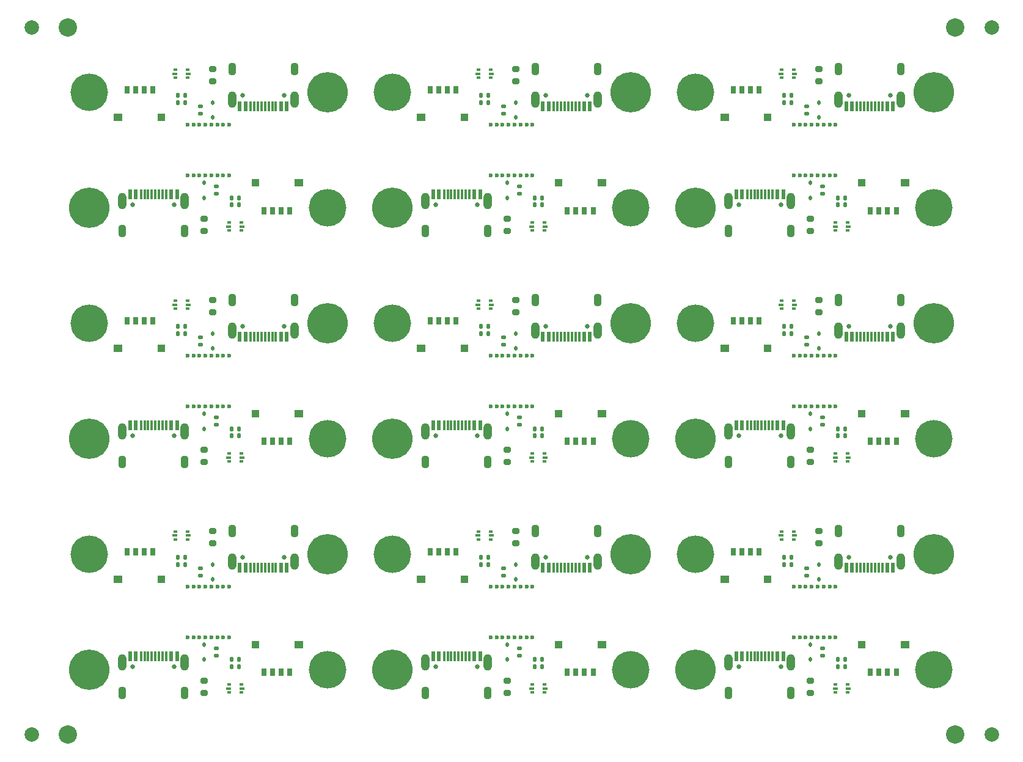
<source format=gts>
%TF.GenerationSoftware,KiCad,Pcbnew,7.0.5*%
%TF.CreationDate,2023-07-04T16:39:27+08:00*%
%TF.ProjectId,u3-panelized,75332d70-616e-4656-9c69-7a65642e6b69,rev?*%
%TF.SameCoordinates,PX1312d00PY1312d00*%
%TF.FileFunction,Soldermask,Top*%
%TF.FilePolarity,Negative*%
%FSLAX46Y46*%
G04 Gerber Fmt 4.6, Leading zero omitted, Abs format (unit mm)*
G04 Created by KiCad (PCBNEW 7.0.5) date 2023-07-04 16:39:27*
%MOMM*%
%LPD*%
G01*
G04 APERTURE LIST*
G04 Aperture macros list*
%AMRoundRect*
0 Rectangle with rounded corners*
0 $1 Rounding radius*
0 $2 $3 $4 $5 $6 $7 $8 $9 X,Y pos of 4 corners*
0 Add a 4 corners polygon primitive as box body*
4,1,4,$2,$3,$4,$5,$6,$7,$8,$9,$2,$3,0*
0 Add four circle primitives for the rounded corners*
1,1,$1+$1,$2,$3*
1,1,$1+$1,$4,$5*
1,1,$1+$1,$6,$7*
1,1,$1+$1,$8,$9*
0 Add four rect primitives between the rounded corners*
20,1,$1+$1,$2,$3,$4,$5,0*
20,1,$1+$1,$4,$5,$6,$7,0*
20,1,$1+$1,$6,$7,$8,$9,0*
20,1,$1+$1,$8,$9,$2,$3,0*%
G04 Aperture macros list end*
%ADD10RoundRect,0.112500X0.112500X-0.187500X0.112500X0.187500X-0.112500X0.187500X-0.112500X-0.187500X0*%
%ADD11C,0.600000*%
%ADD12C,5.200000*%
%ADD13RoundRect,0.200000X0.275000X-0.200000X0.275000X0.200000X-0.275000X0.200000X-0.275000X-0.200000X0*%
%ADD14RoundRect,0.135000X-0.135000X-0.185000X0.135000X-0.185000X0.135000X0.185000X-0.135000X0.185000X0*%
%ADD15C,0.650000*%
%ADD16R,0.600000X1.450000*%
%ADD17R,0.300000X1.450000*%
%ADD18O,1.200000X2.300000*%
%ADD19O,1.100000X1.800000*%
%ADD20RoundRect,0.135000X0.135000X0.185000X-0.135000X0.185000X-0.135000X-0.185000X0.135000X-0.185000X0*%
%ADD21C,3.600000*%
%ADD22C,5.600000*%
%ADD23RoundRect,0.140000X-0.170000X0.140000X-0.170000X-0.140000X0.170000X-0.140000X0.170000X0.140000X0*%
%ADD24RoundRect,0.200000X-0.275000X0.200000X-0.275000X-0.200000X0.275000X-0.200000X0.275000X0.200000X0*%
%ADD25R,0.800000X1.000000*%
%ADD26R,1.200000X1.000000*%
%ADD27R,1.100000X1.000000*%
%ADD28RoundRect,0.112500X-0.112500X0.187500X-0.112500X-0.187500X0.112500X-0.187500X0.112500X0.187500X0*%
%ADD29RoundRect,0.140000X0.170000X-0.140000X0.170000X0.140000X-0.170000X0.140000X-0.170000X-0.140000X0*%
%ADD30R,0.500000X0.375000*%
%ADD31R,0.650000X0.300000*%
%ADD32C,2.540000*%
%ADD33C,2.000000*%
G04 APERTURE END LIST*
D10*
%TO.C,D1*%
X69598601Y-79000001D03*
X69598601Y-76900001D03*
%TD*%
D11*
%TO.C,REF\u002A\u002A*%
X69412886Y-16000000D03*
%TD*%
%TO.C,REF\u002A\u002A*%
X70241458Y-48000000D03*
%TD*%
D12*
%TO.C,H1*%
X43498601Y-91500000D03*
%TD*%
D13*
%TO.C,R3*%
X27598601Y-41950000D03*
X27598601Y-40300000D03*
%TD*%
D14*
%TO.C,R2*%
X22738601Y-76900000D03*
X23758601Y-76900000D03*
%TD*%
D15*
%TO.C,J1*%
X100508601Y-59050000D03*
X106288601Y-59050000D03*
D16*
X100148601Y-57605000D03*
X100948601Y-57605000D03*
D17*
X102148601Y-57605000D03*
X103148601Y-57605000D03*
X103648601Y-57605000D03*
X104648601Y-57605000D03*
D16*
X105848601Y-57605000D03*
X106648601Y-57605000D03*
X106648601Y-57605000D03*
X105848601Y-57605000D03*
D17*
X105148601Y-57605000D03*
X104148601Y-57605000D03*
X102648601Y-57605000D03*
X101648601Y-57605000D03*
D16*
X100948601Y-57605000D03*
X100148601Y-57605000D03*
D18*
X99078601Y-58520000D03*
D19*
X99078601Y-62700000D03*
D18*
X107718601Y-58520000D03*
D19*
X107718601Y-62700000D03*
%TD*%
D11*
%TO.C,REF\u002A\u002A*%
X113898601Y-87000000D03*
%TD*%
D15*
%TO.C,J1*%
X79488601Y-75950000D03*
X73708601Y-75950000D03*
D16*
X79848601Y-77395000D03*
X79048601Y-77395000D03*
D17*
X77848601Y-77395000D03*
X76848601Y-77395000D03*
X76348601Y-77395000D03*
X75348601Y-77395000D03*
D16*
X74148601Y-77395000D03*
X73348601Y-77395000D03*
X73348601Y-77395000D03*
X74148601Y-77395000D03*
D17*
X74848601Y-77395000D03*
X75848601Y-77395000D03*
X77348601Y-77395000D03*
X78348601Y-77395000D03*
D16*
X79048601Y-77395000D03*
X79848601Y-77395000D03*
D18*
X80918601Y-76480000D03*
D19*
X80918601Y-72300000D03*
D18*
X72278601Y-76480000D03*
D19*
X72278601Y-72300000D03*
%TD*%
D20*
%TO.C,R1*%
X65758601Y-43900000D03*
X64738601Y-43900000D03*
%TD*%
D21*
%TO.C,H2*%
X94498601Y-27500000D03*
D22*
X94498601Y-27500000D03*
%TD*%
D10*
%TO.C,D1*%
X111598601Y-15000001D03*
X111598601Y-12900001D03*
%TD*%
D13*
%TO.C,R3*%
X27598601Y-73950000D03*
X27598601Y-72300000D03*
%TD*%
D14*
%TO.C,R2*%
X106738601Y-12900000D03*
X107758601Y-12900000D03*
%TD*%
D11*
%TO.C,REF\u002A\u002A*%
X24098601Y-87000000D03*
%TD*%
D23*
%TO.C,C1*%
X28098601Y-56569999D03*
X28098601Y-57529999D03*
%TD*%
D20*
%TO.C,R1*%
X65758601Y-75900000D03*
X64738601Y-75900000D03*
%TD*%
D11*
%TO.C,REF\u002A\u002A*%
X67755743Y-55000000D03*
%TD*%
D14*
%TO.C,R1*%
X72238601Y-27100000D03*
X73258601Y-27100000D03*
%TD*%
D11*
%TO.C,REF\u002A\u002A*%
X108927172Y-23000000D03*
%TD*%
D12*
%TO.C,H1*%
X10498601Y-75500000D03*
%TD*%
D11*
%TO.C,REF\u002A\u002A*%
X68584315Y-55000000D03*
%TD*%
D15*
%TO.C,J1*%
X121488601Y-11950000D03*
X115708601Y-11950000D03*
D16*
X121848601Y-13395000D03*
X121048601Y-13395000D03*
D17*
X119848601Y-13395000D03*
X118848601Y-13395000D03*
X118348601Y-13395000D03*
X117348601Y-13395000D03*
D16*
X116148601Y-13395000D03*
X115348601Y-13395000D03*
X115348601Y-13395000D03*
X116148601Y-13395000D03*
D17*
X116848601Y-13395000D03*
X117848601Y-13395000D03*
X119348601Y-13395000D03*
X120348601Y-13395000D03*
D16*
X121048601Y-13395000D03*
X121848601Y-13395000D03*
D18*
X122918601Y-12480000D03*
D19*
X122918601Y-8300000D03*
D18*
X114278601Y-12480000D03*
D19*
X114278601Y-8300000D03*
%TD*%
D11*
%TO.C,REF\u002A\u002A*%
X111412886Y-55000000D03*
%TD*%
%TO.C,REF\u002A\u002A*%
X24098601Y-55000000D03*
%TD*%
D12*
%TO.C,H1*%
X43498601Y-27500000D03*
%TD*%
D11*
%TO.C,REF\u002A\u002A*%
X70241458Y-55000000D03*
%TD*%
D24*
%TO.C,R3*%
X68398601Y-61050000D03*
X68398601Y-62700000D03*
%TD*%
D11*
%TO.C,REF\u002A\u002A*%
X112241458Y-80000000D03*
%TD*%
%TO.C,REF\u002A\u002A*%
X26584316Y-80000000D03*
%TD*%
D12*
%TO.C,H1*%
X127498601Y-27500000D03*
%TD*%
D11*
%TO.C,REF\u002A\u002A*%
X112241458Y-48000000D03*
%TD*%
%TO.C,REF\u002A\u002A*%
X29070029Y-80000000D03*
%TD*%
%TO.C,REF\u002A\u002A*%
X108098601Y-87000000D03*
%TD*%
%TO.C,REF\u002A\u002A*%
X26584316Y-16000000D03*
%TD*%
%TO.C,REF\u002A\u002A*%
X66927172Y-16000000D03*
%TD*%
D25*
%TO.C,J2*%
X99698601Y-43125000D03*
X100898601Y-43125000D03*
X102098601Y-43125000D03*
X103298601Y-43125000D03*
D26*
X98498601Y-46975000D03*
D27*
X104498601Y-46975000D03*
%TD*%
D28*
%TO.C,D1*%
X68398601Y-55999999D03*
X68398601Y-58099999D03*
%TD*%
D23*
%TO.C,C1*%
X28098601Y-24569999D03*
X28098601Y-25529999D03*
%TD*%
D29*
%TO.C,C1*%
X109898601Y-46430001D03*
X109898601Y-45470001D03*
%TD*%
D13*
%TO.C,R3*%
X27598601Y-9950000D03*
X27598601Y-8300000D03*
%TD*%
D30*
%TO.C,U1*%
X71898601Y-93550000D03*
D31*
X71823601Y-94087500D03*
D30*
X71898601Y-94625000D03*
X73598601Y-94625000D03*
D31*
X73673601Y-94087500D03*
D30*
X73598601Y-93550000D03*
%TD*%
D11*
%TO.C,REF\u002A\u002A*%
X25755744Y-55000000D03*
%TD*%
%TO.C,REF\u002A\u002A*%
X27412886Y-23000000D03*
%TD*%
D15*
%TO.C,J1*%
X58508601Y-91050000D03*
X64288601Y-91050000D03*
D16*
X58148601Y-89605000D03*
X58948601Y-89605000D03*
D17*
X60148601Y-89605000D03*
X61148601Y-89605000D03*
X61648601Y-89605000D03*
X62648601Y-89605000D03*
D16*
X63848601Y-89605000D03*
X64648601Y-89605000D03*
X64648601Y-89605000D03*
X63848601Y-89605000D03*
D17*
X63148601Y-89605000D03*
X62148601Y-89605000D03*
X60648601Y-89605000D03*
X59648601Y-89605000D03*
D16*
X58948601Y-89605000D03*
X58148601Y-89605000D03*
D18*
X57078601Y-90520000D03*
D19*
X57078601Y-94700000D03*
D18*
X65718601Y-90520000D03*
D19*
X65718601Y-94700000D03*
%TD*%
D11*
%TO.C,REF\u002A\u002A*%
X29070029Y-16000000D03*
%TD*%
D20*
%TO.C,R1*%
X65758601Y-11900000D03*
X64738601Y-11900000D03*
%TD*%
D30*
%TO.C,U1*%
X24098601Y-41450000D03*
D31*
X24173601Y-40912500D03*
D30*
X24098601Y-40375000D03*
X22398601Y-40375000D03*
D31*
X22323601Y-40912500D03*
D30*
X22398601Y-41450000D03*
%TD*%
D11*
%TO.C,REF\u002A\u002A*%
X113070029Y-80000000D03*
%TD*%
D32*
%TO.C,REF\u002A\u002A*%
X130497202Y-100500000D03*
%TD*%
D12*
%TO.C,H1*%
X52498601Y-11500000D03*
%TD*%
D11*
%TO.C,REF\u002A\u002A*%
X113898601Y-48000000D03*
%TD*%
D29*
%TO.C,C1*%
X25898601Y-14430001D03*
X25898601Y-13470001D03*
%TD*%
D12*
%TO.C,H1*%
X43498601Y-59500000D03*
%TD*%
D23*
%TO.C,C1*%
X112098601Y-56569999D03*
X112098601Y-57529999D03*
%TD*%
D30*
%TO.C,U1*%
X66098601Y-9450000D03*
D31*
X66173601Y-8912500D03*
D30*
X66098601Y-8375000D03*
X64398601Y-8375000D03*
D31*
X64323601Y-8912500D03*
D30*
X64398601Y-9450000D03*
%TD*%
D11*
%TO.C,REF\u002A\u002A*%
X108927172Y-80000000D03*
%TD*%
D21*
%TO.C,H2*%
X94498601Y-91500000D03*
D22*
X94498601Y-91500000D03*
%TD*%
D11*
%TO.C,REF\u002A\u002A*%
X109755743Y-23000000D03*
%TD*%
D23*
%TO.C,C1*%
X28098601Y-88569999D03*
X28098601Y-89529999D03*
%TD*%
D11*
%TO.C,REF\u002A\u002A*%
X69412886Y-80000000D03*
%TD*%
D29*
%TO.C,C1*%
X67898601Y-46430001D03*
X67898601Y-45470001D03*
%TD*%
D21*
%TO.C,H2*%
X94498601Y-59500000D03*
D22*
X94498601Y-59500000D03*
%TD*%
D11*
%TO.C,REF\u002A\u002A*%
X109755743Y-80000000D03*
%TD*%
D25*
%TO.C,J2*%
X38298601Y-59875000D03*
X37098601Y-59875000D03*
X35898601Y-59875000D03*
X34698601Y-59875000D03*
D26*
X39498601Y-56025000D03*
D27*
X33498601Y-56025000D03*
%TD*%
D11*
%TO.C,REF\u002A\u002A*%
X68584315Y-16000000D03*
%TD*%
%TO.C,REF\u002A\u002A*%
X66098601Y-23000000D03*
%TD*%
D21*
%TO.C,H2*%
X127498601Y-75500000D03*
D22*
X127498601Y-75500000D03*
%TD*%
D10*
%TO.C,D1*%
X69598601Y-47000001D03*
X69598601Y-44900001D03*
%TD*%
D11*
%TO.C,REF\u002A\u002A*%
X113070029Y-16000000D03*
%TD*%
%TO.C,REF\u002A\u002A*%
X68584315Y-48000000D03*
%TD*%
%TO.C,REF\u002A\u002A*%
X29070029Y-87000000D03*
%TD*%
%TO.C,REF\u002A\u002A*%
X66098601Y-80000000D03*
%TD*%
%TO.C,REF\u002A\u002A*%
X71898601Y-16000000D03*
%TD*%
D15*
%TO.C,J1*%
X16508601Y-59050000D03*
X22288601Y-59050000D03*
D16*
X16148601Y-57605000D03*
X16948601Y-57605000D03*
D17*
X18148601Y-57605000D03*
X19148601Y-57605000D03*
X19648601Y-57605000D03*
X20648601Y-57605000D03*
D16*
X21848601Y-57605000D03*
X22648601Y-57605000D03*
X22648601Y-57605000D03*
X21848601Y-57605000D03*
D17*
X21148601Y-57605000D03*
X20148601Y-57605000D03*
X18648601Y-57605000D03*
X17648601Y-57605000D03*
D16*
X16948601Y-57605000D03*
X16148601Y-57605000D03*
D18*
X15078601Y-58520000D03*
D19*
X15078601Y-62700000D03*
D18*
X23718601Y-58520000D03*
D19*
X23718601Y-62700000D03*
%TD*%
D11*
%TO.C,REF\u002A\u002A*%
X66098601Y-16000000D03*
%TD*%
%TO.C,REF\u002A\u002A*%
X109755743Y-55000000D03*
%TD*%
D23*
%TO.C,C1*%
X70098601Y-88569999D03*
X70098601Y-89529999D03*
%TD*%
D33*
%TO.C,REF\u002A\u002A*%
X2500000Y-100500000D03*
%TD*%
D23*
%TO.C,C1*%
X112098601Y-24569999D03*
X112098601Y-25529999D03*
%TD*%
D11*
%TO.C,REF\u002A\u002A*%
X29898601Y-87000000D03*
%TD*%
D30*
%TO.C,U1*%
X29898601Y-93550000D03*
D31*
X29823601Y-94087500D03*
D30*
X29898601Y-94625000D03*
X31598601Y-94625000D03*
D31*
X31673601Y-94087500D03*
D30*
X31598601Y-93550000D03*
%TD*%
D11*
%TO.C,REF\u002A\u002A*%
X108927172Y-55000000D03*
%TD*%
%TO.C,REF\u002A\u002A*%
X26584316Y-87000000D03*
%TD*%
D25*
%TO.C,J2*%
X57698601Y-75125000D03*
X58898601Y-75125000D03*
X60098601Y-75125000D03*
X61298601Y-75125000D03*
D26*
X56498601Y-78975000D03*
D27*
X62498601Y-78975000D03*
%TD*%
D14*
%TO.C,R1*%
X30238601Y-59100000D03*
X31258601Y-59100000D03*
%TD*%
D11*
%TO.C,REF\u002A\u002A*%
X112241458Y-87000000D03*
%TD*%
D20*
%TO.C,R2*%
X73258601Y-90100000D03*
X72238601Y-90100000D03*
%TD*%
%TO.C,R1*%
X23758601Y-43900000D03*
X22738601Y-43900000D03*
%TD*%
D11*
%TO.C,REF\u002A\u002A*%
X27412886Y-48000000D03*
%TD*%
%TO.C,REF\u002A\u002A*%
X111412886Y-23000000D03*
%TD*%
D30*
%TO.C,U1*%
X108098601Y-9450000D03*
D31*
X108173601Y-8912500D03*
D30*
X108098601Y-8375000D03*
X106398601Y-8375000D03*
D31*
X106323601Y-8912500D03*
D30*
X106398601Y-9450000D03*
%TD*%
D20*
%TO.C,R2*%
X73258601Y-26100000D03*
X72238601Y-26100000D03*
%TD*%
D25*
%TO.C,J2*%
X15698601Y-11125000D03*
X16898601Y-11125000D03*
X18098601Y-11125000D03*
X19298601Y-11125000D03*
D26*
X14498601Y-14975000D03*
D27*
X20498601Y-14975000D03*
%TD*%
D11*
%TO.C,REF\u002A\u002A*%
X28241458Y-80000000D03*
%TD*%
%TO.C,REF\u002A\u002A*%
X24098601Y-80000000D03*
%TD*%
D21*
%TO.C,H2*%
X127498601Y-11500000D03*
D22*
X127498601Y-11500000D03*
%TD*%
D11*
%TO.C,REF\u002A\u002A*%
X67755743Y-80000000D03*
%TD*%
%TO.C,REF\u002A\u002A*%
X66098601Y-87000000D03*
%TD*%
%TO.C,REF\u002A\u002A*%
X111412886Y-48000000D03*
%TD*%
D29*
%TO.C,C1*%
X67898601Y-14430001D03*
X67898601Y-13470001D03*
%TD*%
D30*
%TO.C,U1*%
X66098601Y-41450000D03*
D31*
X66173601Y-40912500D03*
D30*
X66098601Y-40375000D03*
X64398601Y-40375000D03*
D31*
X64323601Y-40912500D03*
D30*
X64398601Y-41450000D03*
%TD*%
D11*
%TO.C,REF\u002A\u002A*%
X70241458Y-16000000D03*
%TD*%
D21*
%TO.C,H2*%
X10498601Y-59500000D03*
D22*
X10498601Y-59500000D03*
%TD*%
D30*
%TO.C,U1*%
X66098601Y-73450000D03*
D31*
X66173601Y-72912500D03*
D30*
X66098601Y-72375000D03*
X64398601Y-72375000D03*
D31*
X64323601Y-72912500D03*
D30*
X64398601Y-73450000D03*
%TD*%
D11*
%TO.C,REF\u002A\u002A*%
X113898601Y-16000000D03*
%TD*%
D29*
%TO.C,C1*%
X109898601Y-14430001D03*
X109898601Y-13470001D03*
%TD*%
D11*
%TO.C,REF\u002A\u002A*%
X68584315Y-80000000D03*
%TD*%
D28*
%TO.C,D1*%
X68398601Y-87999999D03*
X68398601Y-90099999D03*
%TD*%
D11*
%TO.C,REF\u002A\u002A*%
X25755744Y-16000000D03*
%TD*%
D30*
%TO.C,U1*%
X113898601Y-61550000D03*
D31*
X113823601Y-62087500D03*
D30*
X113898601Y-62625000D03*
X115598601Y-62625000D03*
D31*
X115673601Y-62087500D03*
D30*
X115598601Y-61550000D03*
%TD*%
D32*
%TO.C,REF\u002A\u002A*%
X7500000Y-100500000D03*
%TD*%
D20*
%TO.C,R2*%
X31258601Y-26100000D03*
X30238601Y-26100000D03*
%TD*%
D23*
%TO.C,C1*%
X70098601Y-56569999D03*
X70098601Y-57529999D03*
%TD*%
D11*
%TO.C,REF\u002A\u002A*%
X24098601Y-48000000D03*
%TD*%
D24*
%TO.C,R3*%
X68398601Y-93050000D03*
X68398601Y-94700000D03*
%TD*%
D11*
%TO.C,REF\u002A\u002A*%
X24927173Y-16000000D03*
%TD*%
%TO.C,REF\u002A\u002A*%
X29898601Y-48000000D03*
%TD*%
%TO.C,REF\u002A\u002A*%
X27412886Y-55000000D03*
%TD*%
D24*
%TO.C,R3*%
X110398601Y-93050000D03*
X110398601Y-94700000D03*
%TD*%
D15*
%TO.C,J1*%
X37488601Y-43950000D03*
X31708601Y-43950000D03*
D16*
X37848601Y-45395000D03*
X37048601Y-45395000D03*
D17*
X35848601Y-45395000D03*
X34848601Y-45395000D03*
X34348601Y-45395000D03*
X33348601Y-45395000D03*
D16*
X32148601Y-45395000D03*
X31348601Y-45395000D03*
X31348601Y-45395000D03*
X32148601Y-45395000D03*
D17*
X32848601Y-45395000D03*
X33848601Y-45395000D03*
X35348601Y-45395000D03*
X36348601Y-45395000D03*
D16*
X37048601Y-45395000D03*
X37848601Y-45395000D03*
D18*
X38918601Y-44480000D03*
D19*
X38918601Y-40300000D03*
D18*
X30278601Y-44480000D03*
D19*
X30278601Y-40300000D03*
%TD*%
D21*
%TO.C,H2*%
X85498601Y-43500000D03*
D22*
X85498601Y-43500000D03*
%TD*%
D11*
%TO.C,REF\u002A\u002A*%
X112241458Y-23000000D03*
%TD*%
D20*
%TO.C,R2*%
X115258601Y-26100000D03*
X114238601Y-26100000D03*
%TD*%
D25*
%TO.C,J2*%
X38298601Y-91875000D03*
X37098601Y-91875000D03*
X35898601Y-91875000D03*
X34698601Y-91875000D03*
D26*
X39498601Y-88025000D03*
D27*
X33498601Y-88025000D03*
%TD*%
D10*
%TO.C,D1*%
X27598601Y-15000001D03*
X27598601Y-12900001D03*
%TD*%
%TO.C,D1*%
X69598601Y-15000001D03*
X69598601Y-12900001D03*
%TD*%
D12*
%TO.C,H1*%
X94498601Y-75500000D03*
%TD*%
D11*
%TO.C,REF\u002A\u002A*%
X24927173Y-87000000D03*
%TD*%
D14*
%TO.C,R1*%
X114238601Y-59100000D03*
X115258601Y-59100000D03*
%TD*%
D15*
%TO.C,J1*%
X121488601Y-75950000D03*
X115708601Y-75950000D03*
D16*
X121848601Y-77395000D03*
X121048601Y-77395000D03*
D17*
X119848601Y-77395000D03*
X118848601Y-77395000D03*
X118348601Y-77395000D03*
X117348601Y-77395000D03*
D16*
X116148601Y-77395000D03*
X115348601Y-77395000D03*
X115348601Y-77395000D03*
X116148601Y-77395000D03*
D17*
X116848601Y-77395000D03*
X117848601Y-77395000D03*
X119348601Y-77395000D03*
X120348601Y-77395000D03*
D16*
X121048601Y-77395000D03*
X121848601Y-77395000D03*
D18*
X122918601Y-76480000D03*
D19*
X122918601Y-72300000D03*
D18*
X114278601Y-76480000D03*
D19*
X114278601Y-72300000D03*
%TD*%
D12*
%TO.C,H1*%
X10498601Y-43500000D03*
%TD*%
D32*
%TO.C,REF\u002A\u002A*%
X7500000Y-2500000D03*
%TD*%
D21*
%TO.C,H2*%
X85498601Y-75500000D03*
D22*
X85498601Y-75500000D03*
%TD*%
D11*
%TO.C,REF\u002A\u002A*%
X68584315Y-87000000D03*
%TD*%
D30*
%TO.C,U1*%
X71898601Y-61550000D03*
D31*
X71823601Y-62087500D03*
D30*
X71898601Y-62625000D03*
X73598601Y-62625000D03*
D31*
X73673601Y-62087500D03*
D30*
X73598601Y-61550000D03*
%TD*%
D21*
%TO.C,H2*%
X43498601Y-75500000D03*
D22*
X43498601Y-75500000D03*
%TD*%
D11*
%TO.C,REF\u002A\u002A*%
X70241458Y-80000000D03*
%TD*%
D25*
%TO.C,J2*%
X15698601Y-43125000D03*
X16898601Y-43125000D03*
X18098601Y-43125000D03*
X19298601Y-43125000D03*
D26*
X14498601Y-46975000D03*
D27*
X20498601Y-46975000D03*
%TD*%
D29*
%TO.C,C1*%
X25898601Y-78430001D03*
X25898601Y-77470001D03*
%TD*%
D11*
%TO.C,REF\u002A\u002A*%
X110584315Y-23000000D03*
%TD*%
D14*
%TO.C,R2*%
X64738601Y-76900000D03*
X65758601Y-76900000D03*
%TD*%
D24*
%TO.C,R3*%
X110398601Y-61050000D03*
X110398601Y-62700000D03*
%TD*%
D11*
%TO.C,REF\u002A\u002A*%
X113070029Y-48000000D03*
%TD*%
%TO.C,REF\u002A\u002A*%
X112241458Y-16000000D03*
%TD*%
%TO.C,REF\u002A\u002A*%
X67755743Y-23000000D03*
%TD*%
D15*
%TO.C,J1*%
X100508601Y-27050000D03*
X106288601Y-27050000D03*
D16*
X100148601Y-25605000D03*
X100948601Y-25605000D03*
D17*
X102148601Y-25605000D03*
X103148601Y-25605000D03*
X103648601Y-25605000D03*
X104648601Y-25605000D03*
D16*
X105848601Y-25605000D03*
X106648601Y-25605000D03*
X106648601Y-25605000D03*
X105848601Y-25605000D03*
D17*
X105148601Y-25605000D03*
X104148601Y-25605000D03*
X102648601Y-25605000D03*
X101648601Y-25605000D03*
D16*
X100948601Y-25605000D03*
X100148601Y-25605000D03*
D18*
X99078601Y-26520000D03*
D19*
X99078601Y-30700000D03*
D18*
X107718601Y-26520000D03*
D19*
X107718601Y-30700000D03*
%TD*%
D11*
%TO.C,REF\u002A\u002A*%
X66927172Y-55000000D03*
%TD*%
D30*
%TO.C,U1*%
X113898601Y-93550000D03*
D31*
X113823601Y-94087500D03*
D30*
X113898601Y-94625000D03*
X115598601Y-94625000D03*
D31*
X115673601Y-94087500D03*
D30*
X115598601Y-93550000D03*
%TD*%
D15*
%TO.C,J1*%
X16508601Y-91050000D03*
X22288601Y-91050000D03*
D16*
X16148601Y-89605000D03*
X16948601Y-89605000D03*
D17*
X18148601Y-89605000D03*
X19148601Y-89605000D03*
X19648601Y-89605000D03*
X20648601Y-89605000D03*
D16*
X21848601Y-89605000D03*
X22648601Y-89605000D03*
X22648601Y-89605000D03*
X21848601Y-89605000D03*
D17*
X21148601Y-89605000D03*
X20148601Y-89605000D03*
X18648601Y-89605000D03*
X17648601Y-89605000D03*
D16*
X16948601Y-89605000D03*
X16148601Y-89605000D03*
D18*
X15078601Y-90520000D03*
D19*
X15078601Y-94700000D03*
D18*
X23718601Y-90520000D03*
D19*
X23718601Y-94700000D03*
%TD*%
D11*
%TO.C,REF\u002A\u002A*%
X109755743Y-16000000D03*
%TD*%
%TO.C,REF\u002A\u002A*%
X29898601Y-16000000D03*
%TD*%
D20*
%TO.C,R2*%
X115258601Y-58100000D03*
X114238601Y-58100000D03*
%TD*%
D10*
%TO.C,D1*%
X27598601Y-47000001D03*
X27598601Y-44900001D03*
%TD*%
D11*
%TO.C,REF\u002A\u002A*%
X25755744Y-87000000D03*
%TD*%
D25*
%TO.C,J2*%
X80298601Y-59875000D03*
X79098601Y-59875000D03*
X77898601Y-59875000D03*
X76698601Y-59875000D03*
D26*
X81498601Y-56025000D03*
D27*
X75498601Y-56025000D03*
%TD*%
D12*
%TO.C,H1*%
X127498601Y-59500000D03*
%TD*%
D15*
%TO.C,J1*%
X79488601Y-43950000D03*
X73708601Y-43950000D03*
D16*
X79848601Y-45395000D03*
X79048601Y-45395000D03*
D17*
X77848601Y-45395000D03*
X76848601Y-45395000D03*
X76348601Y-45395000D03*
X75348601Y-45395000D03*
D16*
X74148601Y-45395000D03*
X73348601Y-45395000D03*
X73348601Y-45395000D03*
X74148601Y-45395000D03*
D17*
X74848601Y-45395000D03*
X75848601Y-45395000D03*
X77348601Y-45395000D03*
X78348601Y-45395000D03*
D16*
X79048601Y-45395000D03*
X79848601Y-45395000D03*
D18*
X80918601Y-44480000D03*
D19*
X80918601Y-40300000D03*
D18*
X72278601Y-44480000D03*
D19*
X72278601Y-40300000D03*
%TD*%
D11*
%TO.C,REF\u002A\u002A*%
X110584315Y-55000000D03*
%TD*%
D20*
%TO.C,R2*%
X115258601Y-90100000D03*
X114238601Y-90100000D03*
%TD*%
D14*
%TO.C,R2*%
X22738601Y-12900000D03*
X23758601Y-12900000D03*
%TD*%
D11*
%TO.C,REF\u002A\u002A*%
X25755744Y-80000000D03*
%TD*%
D30*
%TO.C,U1*%
X71898601Y-29550000D03*
D31*
X71823601Y-30087500D03*
D30*
X71898601Y-30625000D03*
X73598601Y-30625000D03*
D31*
X73673601Y-30087500D03*
D30*
X73598601Y-29550000D03*
%TD*%
D11*
%TO.C,REF\u002A\u002A*%
X67755743Y-87000000D03*
%TD*%
%TO.C,REF\u002A\u002A*%
X27412886Y-80000000D03*
%TD*%
%TO.C,REF\u002A\u002A*%
X71898601Y-55000000D03*
%TD*%
%TO.C,REF\u002A\u002A*%
X24927173Y-48000000D03*
%TD*%
%TO.C,REF\u002A\u002A*%
X109755743Y-48000000D03*
%TD*%
D25*
%TO.C,J2*%
X57698601Y-11125000D03*
X58898601Y-11125000D03*
X60098601Y-11125000D03*
X61298601Y-11125000D03*
D26*
X56498601Y-14975000D03*
D27*
X62498601Y-14975000D03*
%TD*%
D11*
%TO.C,REF\u002A\u002A*%
X108927172Y-16000000D03*
%TD*%
D21*
%TO.C,H2*%
X43498601Y-43500000D03*
D22*
X43498601Y-43500000D03*
%TD*%
D20*
%TO.C,R1*%
X23758601Y-75900000D03*
X22738601Y-75900000D03*
%TD*%
D14*
%TO.C,R1*%
X30238601Y-91100000D03*
X31258601Y-91100000D03*
%TD*%
D11*
%TO.C,REF\u002A\u002A*%
X71898601Y-23000000D03*
%TD*%
D13*
%TO.C,R3*%
X111598601Y-41950000D03*
X111598601Y-40300000D03*
%TD*%
D30*
%TO.C,U1*%
X24098601Y-9450000D03*
D31*
X24173601Y-8912500D03*
D30*
X24098601Y-8375000D03*
X22398601Y-8375000D03*
D31*
X22323601Y-8912500D03*
D30*
X22398601Y-9450000D03*
%TD*%
D15*
%TO.C,J1*%
X37488601Y-75950000D03*
X31708601Y-75950000D03*
D16*
X37848601Y-77395000D03*
X37048601Y-77395000D03*
D17*
X35848601Y-77395000D03*
X34848601Y-77395000D03*
X34348601Y-77395000D03*
X33348601Y-77395000D03*
D16*
X32148601Y-77395000D03*
X31348601Y-77395000D03*
X31348601Y-77395000D03*
X32148601Y-77395000D03*
D17*
X32848601Y-77395000D03*
X33848601Y-77395000D03*
X35348601Y-77395000D03*
X36348601Y-77395000D03*
D16*
X37048601Y-77395000D03*
X37848601Y-77395000D03*
D18*
X38918601Y-76480000D03*
D19*
X38918601Y-72300000D03*
D18*
X30278601Y-76480000D03*
D19*
X30278601Y-72300000D03*
%TD*%
D14*
%TO.C,R1*%
X114238601Y-27100000D03*
X115258601Y-27100000D03*
%TD*%
D28*
%TO.C,D1*%
X110398601Y-55999999D03*
X110398601Y-58099999D03*
%TD*%
D11*
%TO.C,REF\u002A\u002A*%
X71070029Y-87000000D03*
%TD*%
D25*
%TO.C,J2*%
X80298601Y-27875000D03*
X79098601Y-27875000D03*
X77898601Y-27875000D03*
X76698601Y-27875000D03*
D26*
X81498601Y-24025000D03*
D27*
X75498601Y-24025000D03*
%TD*%
D11*
%TO.C,REF\u002A\u002A*%
X69412886Y-48000000D03*
%TD*%
%TO.C,REF\u002A\u002A*%
X110584315Y-87000000D03*
%TD*%
D14*
%TO.C,R1*%
X72238601Y-59100000D03*
X73258601Y-59100000D03*
%TD*%
D11*
%TO.C,REF\u002A\u002A*%
X69412886Y-23000000D03*
%TD*%
%TO.C,REF\u002A\u002A*%
X110584315Y-16000000D03*
%TD*%
%TO.C,REF\u002A\u002A*%
X108098601Y-23000000D03*
%TD*%
D24*
%TO.C,R3*%
X26398601Y-29050000D03*
X26398601Y-30700000D03*
%TD*%
D28*
%TO.C,D1*%
X110398601Y-87999999D03*
X110398601Y-90099999D03*
%TD*%
D11*
%TO.C,REF\u002A\u002A*%
X29070029Y-48000000D03*
%TD*%
%TO.C,REF\u002A\u002A*%
X110584315Y-48000000D03*
%TD*%
D33*
%TO.C,REF\u002A\u002A*%
X2500000Y-2500000D03*
%TD*%
D13*
%TO.C,R3*%
X111598601Y-73950000D03*
X111598601Y-72300000D03*
%TD*%
D15*
%TO.C,J1*%
X58508601Y-27050000D03*
X64288601Y-27050000D03*
D16*
X58148601Y-25605000D03*
X58948601Y-25605000D03*
D17*
X60148601Y-25605000D03*
X61148601Y-25605000D03*
X61648601Y-25605000D03*
X62648601Y-25605000D03*
D16*
X63848601Y-25605000D03*
X64648601Y-25605000D03*
X64648601Y-25605000D03*
X63848601Y-25605000D03*
D17*
X63148601Y-25605000D03*
X62148601Y-25605000D03*
X60648601Y-25605000D03*
X59648601Y-25605000D03*
D16*
X58948601Y-25605000D03*
X58148601Y-25605000D03*
D18*
X57078601Y-26520000D03*
D19*
X57078601Y-30700000D03*
D18*
X65718601Y-26520000D03*
D19*
X65718601Y-30700000D03*
%TD*%
D13*
%TO.C,R3*%
X69598601Y-41950000D03*
X69598601Y-40300000D03*
%TD*%
D14*
%TO.C,R1*%
X72238601Y-91100000D03*
X73258601Y-91100000D03*
%TD*%
D21*
%TO.C,H2*%
X52498601Y-59500000D03*
D22*
X52498601Y-59500000D03*
%TD*%
D20*
%TO.C,R1*%
X107758601Y-43900000D03*
X106738601Y-43900000D03*
%TD*%
D11*
%TO.C,REF\u002A\u002A*%
X28241458Y-23000000D03*
%TD*%
D30*
%TO.C,U1*%
X29898601Y-29550000D03*
D31*
X29823601Y-30087500D03*
D30*
X29898601Y-30625000D03*
X31598601Y-30625000D03*
D31*
X31673601Y-30087500D03*
D30*
X31598601Y-29550000D03*
%TD*%
D29*
%TO.C,C1*%
X67898601Y-78430001D03*
X67898601Y-77470001D03*
%TD*%
D21*
%TO.C,H2*%
X43498601Y-11500000D03*
D22*
X43498601Y-11500000D03*
%TD*%
D14*
%TO.C,R1*%
X114238601Y-91100000D03*
X115258601Y-91100000D03*
%TD*%
D11*
%TO.C,REF\u002A\u002A*%
X113070029Y-23000000D03*
%TD*%
D14*
%TO.C,R2*%
X106738601Y-76900000D03*
X107758601Y-76900000D03*
%TD*%
D10*
%TO.C,D1*%
X27598601Y-79000001D03*
X27598601Y-76900001D03*
%TD*%
%TO.C,D1*%
X111598601Y-47000001D03*
X111598601Y-44900001D03*
%TD*%
D11*
%TO.C,REF\u002A\u002A*%
X111412886Y-87000000D03*
%TD*%
D24*
%TO.C,R3*%
X110398601Y-29050000D03*
X110398601Y-30700000D03*
%TD*%
D11*
%TO.C,REF\u002A\u002A*%
X29898601Y-55000000D03*
%TD*%
D30*
%TO.C,U1*%
X29898601Y-61550000D03*
D31*
X29823601Y-62087500D03*
D30*
X29898601Y-62625000D03*
X31598601Y-62625000D03*
D31*
X31673601Y-62087500D03*
D30*
X31598601Y-61550000D03*
%TD*%
D11*
%TO.C,REF\u002A\u002A*%
X66098601Y-55000000D03*
%TD*%
%TO.C,REF\u002A\u002A*%
X28241458Y-48000000D03*
%TD*%
D12*
%TO.C,H1*%
X94498601Y-43500000D03*
%TD*%
D30*
%TO.C,U1*%
X108098601Y-73450000D03*
D31*
X108173601Y-72912500D03*
D30*
X108098601Y-72375000D03*
X106398601Y-72375000D03*
D31*
X106323601Y-72912500D03*
D30*
X106398601Y-73450000D03*
%TD*%
D11*
%TO.C,REF\u002A\u002A*%
X71070029Y-16000000D03*
%TD*%
%TO.C,REF\u002A\u002A*%
X29898601Y-23000000D03*
%TD*%
%TO.C,REF\u002A\u002A*%
X69412886Y-55000000D03*
%TD*%
D32*
%TO.C,REF\u002A\u002A*%
X130497202Y-2500000D03*
%TD*%
D11*
%TO.C,REF\u002A\u002A*%
X66098601Y-48000000D03*
%TD*%
D14*
%TO.C,R2*%
X64738601Y-44900000D03*
X65758601Y-44900000D03*
%TD*%
%TO.C,R2*%
X22738601Y-44900000D03*
X23758601Y-44900000D03*
%TD*%
D21*
%TO.C,H2*%
X10498601Y-91500000D03*
D22*
X10498601Y-91500000D03*
%TD*%
D15*
%TO.C,J1*%
X100508601Y-91050000D03*
X106288601Y-91050000D03*
D16*
X100148601Y-89605000D03*
X100948601Y-89605000D03*
D17*
X102148601Y-89605000D03*
X103148601Y-89605000D03*
X103648601Y-89605000D03*
X104648601Y-89605000D03*
D16*
X105848601Y-89605000D03*
X106648601Y-89605000D03*
X106648601Y-89605000D03*
X105848601Y-89605000D03*
D17*
X105148601Y-89605000D03*
X104148601Y-89605000D03*
X102648601Y-89605000D03*
X101648601Y-89605000D03*
D16*
X100948601Y-89605000D03*
X100148601Y-89605000D03*
D18*
X99078601Y-90520000D03*
D19*
X99078601Y-94700000D03*
D18*
X107718601Y-90520000D03*
D19*
X107718601Y-94700000D03*
%TD*%
D11*
%TO.C,REF\u002A\u002A*%
X29070029Y-23000000D03*
%TD*%
%TO.C,REF\u002A\u002A*%
X25755744Y-23000000D03*
%TD*%
%TO.C,REF\u002A\u002A*%
X113898601Y-80000000D03*
%TD*%
D10*
%TO.C,D1*%
X111598601Y-79000001D03*
X111598601Y-76900001D03*
%TD*%
D11*
%TO.C,REF\u002A\u002A*%
X110584315Y-80000000D03*
%TD*%
%TO.C,REF\u002A\u002A*%
X111412886Y-16000000D03*
%TD*%
D29*
%TO.C,C1*%
X25898601Y-46430001D03*
X25898601Y-45470001D03*
%TD*%
D15*
%TO.C,J1*%
X16508601Y-27050000D03*
X22288601Y-27050000D03*
D16*
X16148601Y-25605000D03*
X16948601Y-25605000D03*
D17*
X18148601Y-25605000D03*
X19148601Y-25605000D03*
X19648601Y-25605000D03*
X20648601Y-25605000D03*
D16*
X21848601Y-25605000D03*
X22648601Y-25605000D03*
X22648601Y-25605000D03*
X21848601Y-25605000D03*
D17*
X21148601Y-25605000D03*
X20148601Y-25605000D03*
X18648601Y-25605000D03*
X17648601Y-25605000D03*
D16*
X16948601Y-25605000D03*
X16148601Y-25605000D03*
D18*
X15078601Y-26520000D03*
D19*
X15078601Y-30700000D03*
D18*
X23718601Y-26520000D03*
D19*
X23718601Y-30700000D03*
%TD*%
D25*
%TO.C,J2*%
X80298601Y-91875000D03*
X79098601Y-91875000D03*
X77898601Y-91875000D03*
X76698601Y-91875000D03*
D26*
X81498601Y-88025000D03*
D27*
X75498601Y-88025000D03*
%TD*%
D20*
%TO.C,R2*%
X31258601Y-90100000D03*
X30238601Y-90100000D03*
%TD*%
D24*
%TO.C,R3*%
X68398601Y-29050000D03*
X68398601Y-30700000D03*
%TD*%
D11*
%TO.C,REF\u002A\u002A*%
X108098601Y-16000000D03*
%TD*%
D13*
%TO.C,R3*%
X69598601Y-9950000D03*
X69598601Y-8300000D03*
%TD*%
D11*
%TO.C,REF\u002A\u002A*%
X113070029Y-55000000D03*
%TD*%
D21*
%TO.C,H2*%
X52498601Y-91500000D03*
D22*
X52498601Y-91500000D03*
%TD*%
D11*
%TO.C,REF\u002A\u002A*%
X113070029Y-87000000D03*
%TD*%
%TO.C,REF\u002A\u002A*%
X67755743Y-16000000D03*
%TD*%
%TO.C,REF\u002A\u002A*%
X25755744Y-48000000D03*
%TD*%
D28*
%TO.C,D1*%
X110398601Y-23999999D03*
X110398601Y-26099999D03*
%TD*%
D11*
%TO.C,REF\u002A\u002A*%
X66927172Y-23000000D03*
%TD*%
D25*
%TO.C,J2*%
X122298601Y-59875000D03*
X121098601Y-59875000D03*
X119898601Y-59875000D03*
X118698601Y-59875000D03*
D26*
X123498601Y-56025000D03*
D27*
X117498601Y-56025000D03*
%TD*%
D21*
%TO.C,H2*%
X85498601Y-11500000D03*
D22*
X85498601Y-11500000D03*
%TD*%
D25*
%TO.C,J2*%
X57698601Y-43125000D03*
X58898601Y-43125000D03*
X60098601Y-43125000D03*
X61298601Y-43125000D03*
D26*
X56498601Y-46975000D03*
D27*
X62498601Y-46975000D03*
%TD*%
D15*
%TO.C,J1*%
X37488601Y-11950000D03*
X31708601Y-11950000D03*
D16*
X37848601Y-13395000D03*
X37048601Y-13395000D03*
D17*
X35848601Y-13395000D03*
X34848601Y-13395000D03*
X34348601Y-13395000D03*
X33348601Y-13395000D03*
D16*
X32148601Y-13395000D03*
X31348601Y-13395000D03*
X31348601Y-13395000D03*
X32148601Y-13395000D03*
D17*
X32848601Y-13395000D03*
X33848601Y-13395000D03*
X35348601Y-13395000D03*
X36348601Y-13395000D03*
D16*
X37048601Y-13395000D03*
X37848601Y-13395000D03*
D18*
X38918601Y-12480000D03*
D19*
X38918601Y-8300000D03*
D18*
X30278601Y-12480000D03*
D19*
X30278601Y-8300000D03*
%TD*%
D11*
%TO.C,REF\u002A\u002A*%
X67755743Y-48000000D03*
%TD*%
%TO.C,REF\u002A\u002A*%
X113898601Y-55000000D03*
%TD*%
%TO.C,REF\u002A\u002A*%
X28241458Y-87000000D03*
%TD*%
D12*
%TO.C,H1*%
X94498601Y-11500000D03*
%TD*%
D11*
%TO.C,REF\u002A\u002A*%
X29070029Y-55000000D03*
%TD*%
%TO.C,REF\u002A\u002A*%
X71898601Y-48000000D03*
%TD*%
D23*
%TO.C,C1*%
X112098601Y-88569999D03*
X112098601Y-89529999D03*
%TD*%
D11*
%TO.C,REF\u002A\u002A*%
X29898601Y-80000000D03*
%TD*%
%TO.C,REF\u002A\u002A*%
X26584316Y-48000000D03*
%TD*%
D29*
%TO.C,C1*%
X109898601Y-78430001D03*
X109898601Y-77470001D03*
%TD*%
D12*
%TO.C,H1*%
X85498601Y-27500000D03*
%TD*%
D11*
%TO.C,REF\u002A\u002A*%
X28241458Y-16000000D03*
%TD*%
D24*
%TO.C,R3*%
X26398601Y-61050000D03*
X26398601Y-62700000D03*
%TD*%
D11*
%TO.C,REF\u002A\u002A*%
X108098601Y-48000000D03*
%TD*%
%TO.C,REF\u002A\u002A*%
X68584315Y-23000000D03*
%TD*%
%TO.C,REF\u002A\u002A*%
X26584316Y-55000000D03*
%TD*%
%TO.C,REF\u002A\u002A*%
X71898601Y-80000000D03*
%TD*%
%TO.C,REF\u002A\u002A*%
X108098601Y-80000000D03*
%TD*%
D23*
%TO.C,C1*%
X70098601Y-24569999D03*
X70098601Y-25529999D03*
%TD*%
D25*
%TO.C,J2*%
X38298601Y-27875000D03*
X37098601Y-27875000D03*
X35898601Y-27875000D03*
X34698601Y-27875000D03*
D26*
X39498601Y-24025000D03*
D27*
X33498601Y-24025000D03*
%TD*%
D14*
%TO.C,R2*%
X64738601Y-12900000D03*
X65758601Y-12900000D03*
%TD*%
D12*
%TO.C,H1*%
X85498601Y-91500000D03*
%TD*%
D20*
%TO.C,R1*%
X107758601Y-11900000D03*
X106738601Y-11900000D03*
%TD*%
%TO.C,R2*%
X73258601Y-58100000D03*
X72238601Y-58100000D03*
%TD*%
D30*
%TO.C,U1*%
X113898601Y-29550000D03*
D31*
X113823601Y-30087500D03*
D30*
X113898601Y-30625000D03*
X115598601Y-30625000D03*
D31*
X115673601Y-30087500D03*
D30*
X115598601Y-29550000D03*
%TD*%
D11*
%TO.C,REF\u002A\u002A*%
X113898601Y-23000000D03*
%TD*%
%TO.C,REF\u002A\u002A*%
X27412886Y-16000000D03*
%TD*%
D28*
%TO.C,D1*%
X26398601Y-55999999D03*
X26398601Y-58099999D03*
%TD*%
D11*
%TO.C,REF\u002A\u002A*%
X71070029Y-55000000D03*
%TD*%
D15*
%TO.C,J1*%
X58508601Y-59050000D03*
X64288601Y-59050000D03*
D16*
X58148601Y-57605000D03*
X58948601Y-57605000D03*
D17*
X60148601Y-57605000D03*
X61148601Y-57605000D03*
X61648601Y-57605000D03*
X62648601Y-57605000D03*
D16*
X63848601Y-57605000D03*
X64648601Y-57605000D03*
X64648601Y-57605000D03*
X63848601Y-57605000D03*
D17*
X63148601Y-57605000D03*
X62148601Y-57605000D03*
X60648601Y-57605000D03*
X59648601Y-57605000D03*
D16*
X58948601Y-57605000D03*
X58148601Y-57605000D03*
D18*
X57078601Y-58520000D03*
D19*
X57078601Y-62700000D03*
D18*
X65718601Y-58520000D03*
D19*
X65718601Y-62700000D03*
%TD*%
D11*
%TO.C,REF\u002A\u002A*%
X71070029Y-23000000D03*
%TD*%
%TO.C,REF\u002A\u002A*%
X24927173Y-80000000D03*
%TD*%
%TO.C,REF\u002A\u002A*%
X112241458Y-55000000D03*
%TD*%
%TO.C,REF\u002A\u002A*%
X108927172Y-87000000D03*
%TD*%
D30*
%TO.C,U1*%
X24098601Y-73450000D03*
D31*
X24173601Y-72912500D03*
D30*
X24098601Y-72375000D03*
X22398601Y-72375000D03*
D31*
X22323601Y-72912500D03*
D30*
X22398601Y-73450000D03*
%TD*%
D12*
%TO.C,H1*%
X10498601Y-11500000D03*
%TD*%
D21*
%TO.C,H2*%
X127498601Y-43500000D03*
D22*
X127498601Y-43500000D03*
%TD*%
D11*
%TO.C,REF\u002A\u002A*%
X24098601Y-16000000D03*
%TD*%
%TO.C,REF\u002A\u002A*%
X66927172Y-48000000D03*
%TD*%
%TO.C,REF\u002A\u002A*%
X24927173Y-55000000D03*
%TD*%
D33*
%TO.C,REF\u002A\u002A*%
X135497202Y-100500000D03*
%TD*%
D13*
%TO.C,R3*%
X111598601Y-9950000D03*
X111598601Y-8300000D03*
%TD*%
D11*
%TO.C,REF\u002A\u002A*%
X70241458Y-23000000D03*
%TD*%
D25*
%TO.C,J2*%
X122298601Y-91875000D03*
X121098601Y-91875000D03*
X119898601Y-91875000D03*
X118698601Y-91875000D03*
D26*
X123498601Y-88025000D03*
D27*
X117498601Y-88025000D03*
%TD*%
D11*
%TO.C,REF\u002A\u002A*%
X27412886Y-87000000D03*
%TD*%
D25*
%TO.C,J2*%
X99698601Y-11125000D03*
X100898601Y-11125000D03*
X102098601Y-11125000D03*
X103298601Y-11125000D03*
D26*
X98498601Y-14975000D03*
D27*
X104498601Y-14975000D03*
%TD*%
D24*
%TO.C,R3*%
X26398601Y-93050000D03*
X26398601Y-94700000D03*
%TD*%
D25*
%TO.C,J2*%
X15698601Y-75125000D03*
X16898601Y-75125000D03*
X18098601Y-75125000D03*
X19298601Y-75125000D03*
D26*
X14498601Y-78975000D03*
D27*
X20498601Y-78975000D03*
%TD*%
D30*
%TO.C,U1*%
X108098601Y-41450000D03*
D31*
X108173601Y-40912500D03*
D30*
X108098601Y-40375000D03*
X106398601Y-40375000D03*
D31*
X106323601Y-40912500D03*
D30*
X106398601Y-41450000D03*
%TD*%
D11*
%TO.C,REF\u002A\u002A*%
X66927172Y-87000000D03*
%TD*%
%TO.C,REF\u002A\u002A*%
X24098601Y-23000000D03*
%TD*%
%TO.C,REF\u002A\u002A*%
X24927173Y-23000000D03*
%TD*%
%TO.C,REF\u002A\u002A*%
X26584316Y-23000000D03*
%TD*%
D28*
%TO.C,D1*%
X26398601Y-23999999D03*
X26398601Y-26099999D03*
%TD*%
D14*
%TO.C,R2*%
X106738601Y-44900000D03*
X107758601Y-44900000D03*
%TD*%
D28*
%TO.C,D1*%
X68398601Y-23999999D03*
X68398601Y-26099999D03*
%TD*%
D12*
%TO.C,H1*%
X85498601Y-59500000D03*
%TD*%
D11*
%TO.C,REF\u002A\u002A*%
X108927172Y-48000000D03*
%TD*%
%TO.C,REF\u002A\u002A*%
X111412886Y-80000000D03*
%TD*%
%TO.C,REF\u002A\u002A*%
X109755743Y-87000000D03*
%TD*%
%TO.C,REF\u002A\u002A*%
X66927172Y-80000000D03*
%TD*%
%TO.C,REF\u002A\u002A*%
X69412886Y-87000000D03*
%TD*%
%TO.C,REF\u002A\u002A*%
X108098601Y-55000000D03*
%TD*%
D15*
%TO.C,J1*%
X79488601Y-11950000D03*
X73708601Y-11950000D03*
D16*
X79848601Y-13395000D03*
X79048601Y-13395000D03*
D17*
X77848601Y-13395000D03*
X76848601Y-13395000D03*
X76348601Y-13395000D03*
X75348601Y-13395000D03*
D16*
X74148601Y-13395000D03*
X73348601Y-13395000D03*
X73348601Y-13395000D03*
X74148601Y-13395000D03*
D17*
X74848601Y-13395000D03*
X75848601Y-13395000D03*
X77348601Y-13395000D03*
X78348601Y-13395000D03*
D16*
X79048601Y-13395000D03*
X79848601Y-13395000D03*
D18*
X80918601Y-12480000D03*
D19*
X80918601Y-8300000D03*
D18*
X72278601Y-12480000D03*
D19*
X72278601Y-8300000D03*
%TD*%
D20*
%TO.C,R1*%
X107758601Y-75900000D03*
X106738601Y-75900000D03*
%TD*%
%TO.C,R1*%
X23758601Y-11900000D03*
X22738601Y-11900000D03*
%TD*%
D12*
%TO.C,H1*%
X52498601Y-43500000D03*
%TD*%
%TO.C,H1*%
X52498601Y-75500000D03*
%TD*%
D13*
%TO.C,R3*%
X69598601Y-73950000D03*
X69598601Y-72300000D03*
%TD*%
D11*
%TO.C,REF\u002A\u002A*%
X71898601Y-87000000D03*
%TD*%
D33*
%TO.C,REF\u002A\u002A*%
X135497202Y-2500000D03*
%TD*%
D21*
%TO.C,H2*%
X52498601Y-27500000D03*
D22*
X52498601Y-27500000D03*
%TD*%
D25*
%TO.C,J2*%
X122298601Y-27875000D03*
X121098601Y-27875000D03*
X119898601Y-27875000D03*
X118698601Y-27875000D03*
D26*
X123498601Y-24025000D03*
D27*
X117498601Y-24025000D03*
%TD*%
D28*
%TO.C,D1*%
X26398601Y-87999999D03*
X26398601Y-90099999D03*
%TD*%
D25*
%TO.C,J2*%
X99698601Y-75125000D03*
X100898601Y-75125000D03*
X102098601Y-75125000D03*
X103298601Y-75125000D03*
D26*
X98498601Y-78975000D03*
D27*
X104498601Y-78975000D03*
%TD*%
D14*
%TO.C,R1*%
X30238601Y-27100000D03*
X31258601Y-27100000D03*
%TD*%
D11*
%TO.C,REF\u002A\u002A*%
X28241458Y-55000000D03*
%TD*%
%TO.C,REF\u002A\u002A*%
X71070029Y-80000000D03*
%TD*%
D21*
%TO.C,H2*%
X10498601Y-27500000D03*
D22*
X10498601Y-27500000D03*
%TD*%
D20*
%TO.C,R2*%
X31258601Y-58100000D03*
X30238601Y-58100000D03*
%TD*%
D15*
%TO.C,J1*%
X121488601Y-43950000D03*
X115708601Y-43950000D03*
D16*
X121848601Y-45395000D03*
X121048601Y-45395000D03*
D17*
X119848601Y-45395000D03*
X118848601Y-45395000D03*
X118348601Y-45395000D03*
X117348601Y-45395000D03*
D16*
X116148601Y-45395000D03*
X115348601Y-45395000D03*
X115348601Y-45395000D03*
X116148601Y-45395000D03*
D17*
X116848601Y-45395000D03*
X117848601Y-45395000D03*
X119348601Y-45395000D03*
X120348601Y-45395000D03*
D16*
X121048601Y-45395000D03*
X121848601Y-45395000D03*
D18*
X122918601Y-44480000D03*
D19*
X122918601Y-40300000D03*
D18*
X114278601Y-44480000D03*
D19*
X114278601Y-40300000D03*
%TD*%
D11*
%TO.C,REF\u002A\u002A*%
X71070029Y-48000000D03*
%TD*%
%TO.C,REF\u002A\u002A*%
X70241458Y-87000000D03*
%TD*%
D12*
%TO.C,H1*%
X127498601Y-91500000D03*
%TD*%
M02*

</source>
